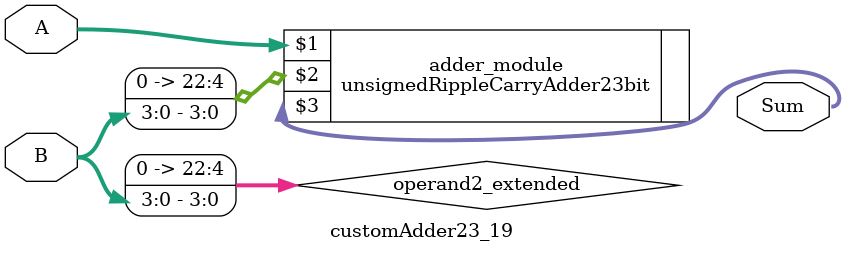
<source format=v>

module customAdder23_19(
                    input [22 : 0] A,
                    input [3 : 0] B,
                    
                    output [23 : 0] Sum
            );

    wire [22 : 0] operand2_extended;
    
    assign operand2_extended =  {19'b0, B};
    
    unsignedRippleCarryAdder23bit adder_module(
        A,
        operand2_extended,
        Sum
    );
    
endmodule
        
</source>
